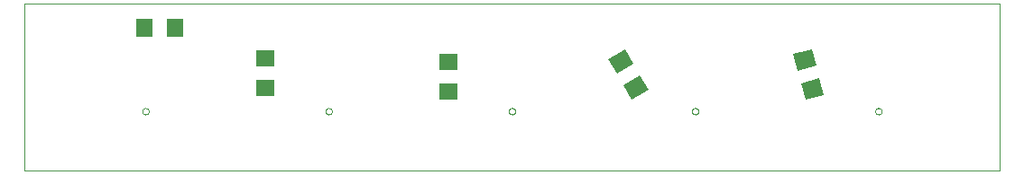
<source format=gbp>
G75*
%MOIN*%
%OFA0B0*%
%FSLAX24Y24*%
%IPPOS*%
%LPD*%
%AMOC8*
5,1,8,0,0,1.08239X$1,22.5*
%
%ADD10C,0.0000*%
%ADD11R,0.0630X0.0710*%
%ADD12R,0.0710X0.0630*%
D10*
X000100Y000123D02*
X000100Y006331D01*
X036124Y006331D01*
X036124Y000123D01*
X000100Y000123D01*
X004451Y002335D02*
X004453Y002356D01*
X004459Y002376D01*
X004468Y002396D01*
X004480Y002413D01*
X004495Y002427D01*
X004513Y002439D01*
X004533Y002447D01*
X004553Y002452D01*
X004574Y002453D01*
X004595Y002450D01*
X004615Y002444D01*
X004634Y002433D01*
X004651Y002420D01*
X004664Y002404D01*
X004675Y002386D01*
X004683Y002366D01*
X004687Y002346D01*
X004687Y002324D01*
X004683Y002304D01*
X004675Y002284D01*
X004664Y002266D01*
X004651Y002250D01*
X004634Y002237D01*
X004615Y002226D01*
X004595Y002220D01*
X004574Y002217D01*
X004553Y002218D01*
X004533Y002223D01*
X004513Y002231D01*
X004495Y002243D01*
X004480Y002257D01*
X004468Y002274D01*
X004459Y002294D01*
X004453Y002314D01*
X004451Y002335D01*
X011222Y002335D02*
X011224Y002356D01*
X011230Y002376D01*
X011239Y002396D01*
X011251Y002413D01*
X011266Y002427D01*
X011284Y002439D01*
X011304Y002447D01*
X011324Y002452D01*
X011345Y002453D01*
X011366Y002450D01*
X011386Y002444D01*
X011405Y002433D01*
X011422Y002420D01*
X011435Y002404D01*
X011446Y002386D01*
X011454Y002366D01*
X011458Y002346D01*
X011458Y002324D01*
X011454Y002304D01*
X011446Y002284D01*
X011435Y002266D01*
X011422Y002250D01*
X011405Y002237D01*
X011386Y002226D01*
X011366Y002220D01*
X011345Y002217D01*
X011324Y002218D01*
X011304Y002223D01*
X011284Y002231D01*
X011266Y002243D01*
X011251Y002257D01*
X011239Y002274D01*
X011230Y002294D01*
X011224Y002314D01*
X011222Y002335D01*
X017994Y002335D02*
X017996Y002356D01*
X018002Y002376D01*
X018011Y002396D01*
X018023Y002413D01*
X018038Y002427D01*
X018056Y002439D01*
X018076Y002447D01*
X018096Y002452D01*
X018117Y002453D01*
X018138Y002450D01*
X018158Y002444D01*
X018177Y002433D01*
X018194Y002420D01*
X018207Y002404D01*
X018218Y002386D01*
X018226Y002366D01*
X018230Y002346D01*
X018230Y002324D01*
X018226Y002304D01*
X018218Y002284D01*
X018207Y002266D01*
X018194Y002250D01*
X018177Y002237D01*
X018158Y002226D01*
X018138Y002220D01*
X018117Y002217D01*
X018096Y002218D01*
X018076Y002223D01*
X018056Y002231D01*
X018038Y002243D01*
X018023Y002257D01*
X018011Y002274D01*
X018002Y002294D01*
X017996Y002314D01*
X017994Y002335D01*
X024765Y002335D02*
X024767Y002356D01*
X024773Y002376D01*
X024782Y002396D01*
X024794Y002413D01*
X024809Y002427D01*
X024827Y002439D01*
X024847Y002447D01*
X024867Y002452D01*
X024888Y002453D01*
X024909Y002450D01*
X024929Y002444D01*
X024948Y002433D01*
X024965Y002420D01*
X024978Y002404D01*
X024989Y002386D01*
X024997Y002366D01*
X025001Y002346D01*
X025001Y002324D01*
X024997Y002304D01*
X024989Y002284D01*
X024978Y002266D01*
X024965Y002250D01*
X024948Y002237D01*
X024929Y002226D01*
X024909Y002220D01*
X024888Y002217D01*
X024867Y002218D01*
X024847Y002223D01*
X024827Y002231D01*
X024809Y002243D01*
X024794Y002257D01*
X024782Y002274D01*
X024773Y002294D01*
X024767Y002314D01*
X024765Y002335D01*
X031537Y002335D02*
X031539Y002356D01*
X031545Y002376D01*
X031554Y002396D01*
X031566Y002413D01*
X031581Y002427D01*
X031599Y002439D01*
X031619Y002447D01*
X031639Y002452D01*
X031660Y002453D01*
X031681Y002450D01*
X031701Y002444D01*
X031720Y002433D01*
X031737Y002420D01*
X031750Y002404D01*
X031761Y002386D01*
X031769Y002366D01*
X031773Y002346D01*
X031773Y002324D01*
X031769Y002304D01*
X031761Y002284D01*
X031750Y002266D01*
X031737Y002250D01*
X031720Y002237D01*
X031701Y002226D01*
X031681Y002220D01*
X031660Y002217D01*
X031639Y002218D01*
X031619Y002223D01*
X031599Y002231D01*
X031581Y002243D01*
X031566Y002257D01*
X031554Y002274D01*
X031545Y002294D01*
X031539Y002314D01*
X031537Y002335D01*
D11*
G36*
X028957Y002761D02*
X028794Y003369D01*
X029479Y003553D01*
X029642Y002945D01*
X028957Y002761D01*
G37*
G36*
X022546Y002765D02*
X022231Y003310D01*
X022844Y003665D01*
X023159Y003120D01*
X022546Y002765D01*
G37*
G36*
X021987Y003735D02*
X021672Y004280D01*
X022285Y004635D01*
X022600Y004090D01*
X021987Y003735D01*
G37*
G36*
X028668Y003843D02*
X028505Y004451D01*
X029190Y004635D01*
X029353Y004027D01*
X028668Y003843D01*
G37*
X005665Y005421D03*
X004546Y005421D03*
D12*
X008995Y004308D03*
X008995Y003189D03*
X015761Y003051D03*
X015761Y004171D03*
M02*

</source>
